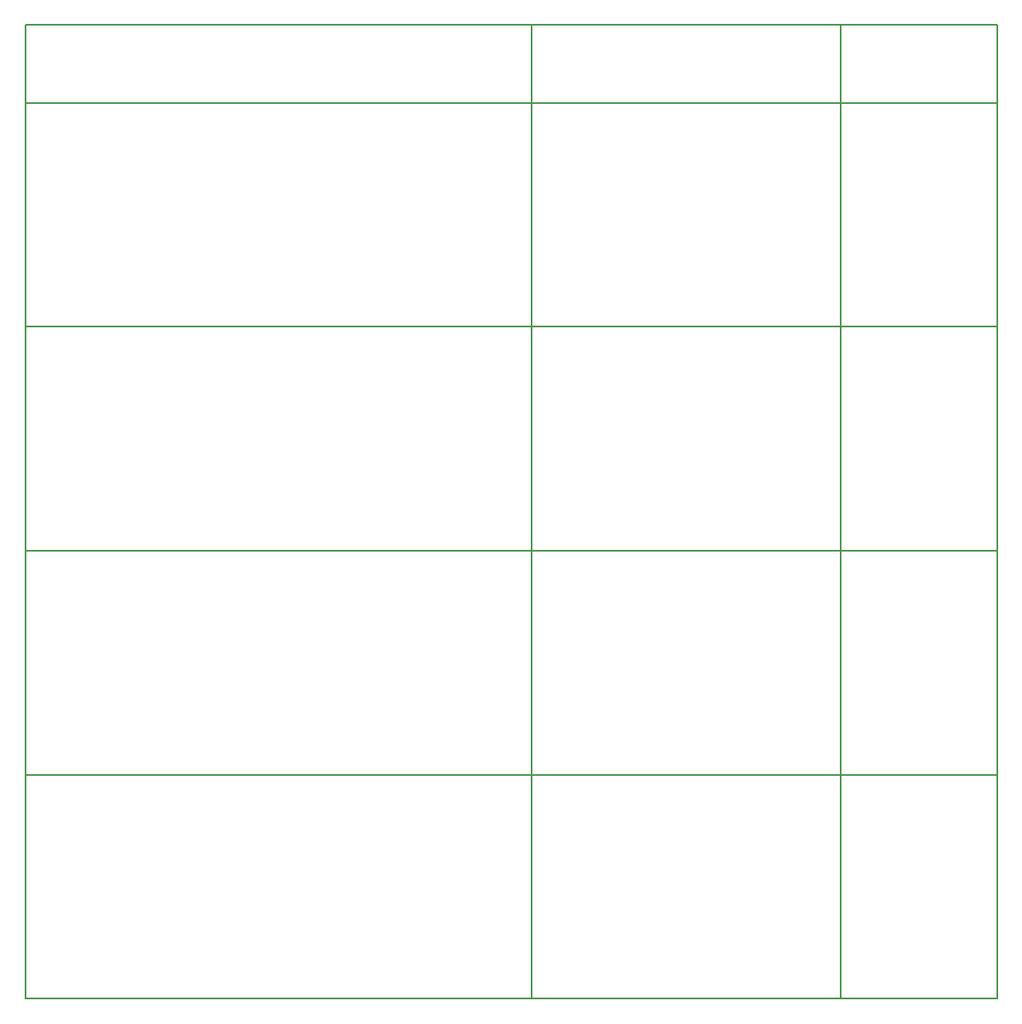
<source format=gto>
%TF.GenerationSoftware,KiCad,Pcbnew,4.0.7*%
%TF.CreationDate,2017-12-02T01:10:02+08:00*%
%TF.ProjectId,test,746573742E6B696361645F7063620000,rev?*%
%TF.FileFunction,Legend,Top*%
%FSLAX46Y46*%
G04 Gerber Fmt 4.6, Leading zero omitted, Abs format (unit mm)*
G04 Created by KiCad (PCBNEW 4.0.7) date 12/02/17 01:10:02*
%MOMM*%
%LPD*%
G01*
G04 APERTURE LIST*
%ADD10C,0.100000*%
%ADD11C,0.200000*%
G04 APERTURE END LIST*
D10*
D11*
X83800000Y0D02*
X83800000Y100000000D01*
X52000000Y0D02*
X52000000Y100000000D01*
X0Y23000000D02*
X99840000Y23000000D01*
X99840000Y46000000D02*
X0Y46000000D01*
X0Y69000000D02*
X99840000Y69000000D01*
X0Y92000000D02*
X99840000Y92000000D01*
X99840000Y100000000D02*
X0Y100000000D01*
X99840000Y0D02*
X99840000Y100000000D01*
X0Y0D02*
X99840000Y0D01*
X0Y100000000D02*
X0Y0D01*
M02*

</source>
